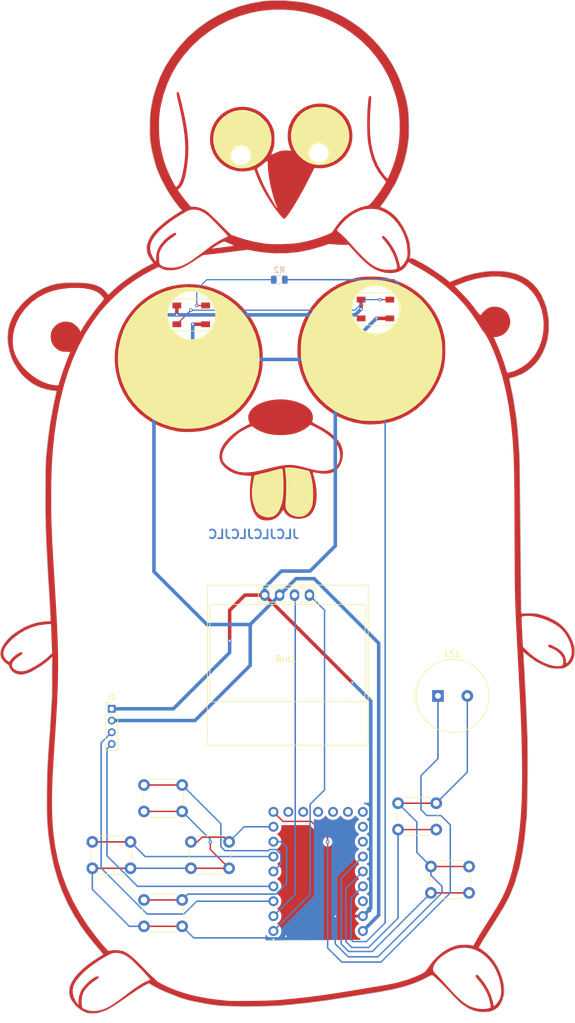
<source format=kicad_pcb>
(kicad_pcb (version 20240108) (generator "pcbnew") (generator_version "8.0")
  (layers (0 "F.Cu" signal) (31 "B.Cu" signal) (34 "B.Paste" user) (35 "F.Paste" user) (36 "B.SilkS" user "B.Silkscreen") (37 "F.SilkS" user "F.Silkscreen") (38 "B.Mask" user) (39 "F.Mask" user) (44 "Edge.Cuts" user))
  (net 0 "")
  (net 1 "GND")
  (net 2 "VCC")
  (net 3 "Net-(D1-DIN)")
  (net 4 "Net-(D1-DOUT)")
  (net 6 "/SDA")
  (net 7 "/SCL")
  (net 8 "/SDA1")
  (net 9 "/SCL1")
  (net 10 "Net-(U1-GP8)")
  (net 11 "/GP29")
  (net 12 "Net-(U1-GP4)")
  (net 13 "Net-(U1-GP5)")
  (net 14 "Net-(U1-GP6)")
  (net 15 "Net-(U1-GP7)")
  (net 16 "Net-(U1-GP28)")
  (net 17 "Net-(U1-GP27)")
  (footprint "LED_SMD:LED_WS2812B_PLCC4_5.0x5.0mm_P3.2mm" (layer "F.Cu") (at 95.45 71.9)
    (property "Reference" "D1" (hide yes))
    (property "Value" "WS2812B")
  )
  (footprint "LED_SMD:LED_WS2812B_PLCC4_5.0x5.0mm_P3.2mm" (layer "F.Cu") (at 126.85 70.9)
    (property "Reference" "D2" (hide yes))
    (property "Value" "WS2812B")
  )
  (footprint "rp2040-zero:my-rp2040-zero" (layer "F.Cu") (at 117.08 166.84 180)
    (property "Reference" "U1" (hide yes))
    (property "Value" "~" (hide yes))
  )
  (footprint "XIAO:128x64OLED" (layer "F.Cu") (at 111.6 130.3)
    (property "Reference" "Brd1")
    (property "Value" "SSD1306")
  )
  (footprint "Button_Switch_THT:SW_PUSH_6mm_H4.3mm" (layer "F.Cu") (at 130.7 155.2)
    (property "Reference" "SW5" (hide yes))
    (property "Value" "SW_Push")
  )
  (footprint "Button_Switch_THT:SW_PUSH_6mm_H4.3mm" (layer "F.Cu") (at 78.6 161.8)
    (property "Reference" "SW2" (hide yes))
    (property "Value" "SW_Push")
  )
  (footprint "Button_Switch_THT:SW_PUSH_6mm_H4.3mm" (layer "F.Cu") (at 87.4 171.7)
    (property "Reference" "SW3" (hide yes))
    (property "Value" "SW_Push")
  )
  (footprint "Connector_PinHeader_2.00mm:PinHeader_1x04_P2.00mm_Vertical" (layer "F.Cu") (at 81.9 139.1)
    (property "Reference" "J1")
    (property "Value" "Conn_01x04_Pin")
  )
  (footprint "MountingHole:MountingHole_3.2mm_M3" (layer "F.Cu") (at 110.5 25.7)
    (property "Reference" "REF**" (hide yes))
    (property "Value" "MountingHole_3.2mm_M3")
  )
  (footprint "Button_Switch_THT:SW_PUSH_6mm_H4.3mm" (layer "F.Cu") (at 87.4 152.1)
    (property "Reference" "SW1" (hide yes))
    (property "Value" "SW_Push")
  )
  (footprint "gopher:gopher_bird" (layer "F.Cu") (at 111.5 108.6)
    (property "Reference" "G***" (hide yes))
    (property "Value" "LOGO" (hide yes))
    (fp_line (start -48.58 21.17) (end -48.52 20.56) (stroke (width 0.12)) (layer "Edge.Cuts"))
    (fp_line (start -48.52 20.56) (end -48.3 19.94) (stroke (width 0.12)) (layer "Edge.Cuts"))
    (fp_line (start -48.49 21.72) (end -48.58 21.17) (stroke (width 0.12)) (layer "Edge.Cuts"))
    (fp_line (start -48.35 21.99) (end -48.49 21.72) (stroke (width 0.12)) (layer "Edge.Cuts"))
    (fp_line (start -48.3 19.94) (end -47.9 19.3) (stroke (width 0.12)) (layer "Edge.Cuts"))
    (fp_line (start -48.09 22.33) (end -48.35 21.99) (stroke (width 0.12)) (layer "Edge.Cuts"))
    (fp_line (start -47.9 19.3) (end -47.39 18.67) (stroke (width 0.12)) (layer "Edge.Cuts"))
    (fp_line (start -47.84 22.61) (end -48.09 22.33) (stroke (width 0.12)) (layer "Edge.Cuts"))
    (fp_line (start -47.56 22.82) (end -47.84 22.61) (stroke (width 0.12)) (layer "Edge.Cuts"))
    (fp_line (start -47.39 18.67) (end -46.74 18.03) (stroke (width 0.12)) (layer "Edge.Cuts"))
    (fp_line (start -47.37 -32.93) (end -47.26 -34.14) (stroke (width 0.12)) (layer "Edge.Cuts"))
    (fp_line (start -47.31 -31.76) (end -47.37 -32.93) (stroke (width 0.12)) (layer "Edge.Cuts"))
    (fp_line (start -47.3 22.96) (end -47.56 22.82) (stroke (width 0.12)) (layer "Edge.Cuts"))
    (fp_line (start -47.26 -34.14) (end -47.06 -35.02) (stroke (width 0.12)) (layer "Edge.Cuts"))
    (fp_line (start -47.2 23.07) (end -47.3 22.96) (stroke (width 0.12)) (layer "Edge.Cuts"))
    (fp_line (start -47.06 -35.02) (end -46.61 -36.16) (stroke (width 0.12)) (layer "Edge.Cuts"))
    (fp_line (start -47.03 -30.45) (end -47.31 -31.76) (stroke (width 0.12)) (layer "Edge.Cuts"))
    (fp_line (start -46.99 23.57) (end -47.2 23.07) (stroke (width 0.12)) (layer "Edge.Cuts"))
    (fp_line (start -46.75 -29.5) (end -47.03 -30.45) (stroke (width 0.12)) (layer "Edge.Cuts"))
    (fp_line (start -46.74 18.03) (end -46.14 17.56) (stroke (width 0.12)) (layer "Edge.Cuts"))
    (fp_line (start -46.7 24.01) (end -46.99 23.57) (stroke (width 0.12)) (layer "Edge.Cuts"))
    (fp_line (start -46.61 -36.16) (end -46.21 -36.9) (stroke (width 0.12)) (layer "Edge.Cuts"))
    (fp_line (start -46.29 24.36) (end -46.7 24.01) (stroke (width 0.12)) (layer "Edge.Cuts"))
    (fp_line (start -46.26 -28.43) (end -46.75 -29.5) (stroke (width 0.12)) (layer "Edge.Cuts"))
    (fp_line (start -46.21 -36.9) (end -46.03 -37.22) (stroke (width 0.12)) (layer "Edge.Cuts"))
    (fp_line (start -46.14 17.56) (end -45.11 16.91) (stroke (width 0.12)) (layer "Edge.Cuts"))
    (fp_line (start -46.03 -37.22) (end -44.96 -38.55) (stroke (width 0.12)) (layer "Edge.Cuts"))
    (fp_line (start -45.72 24.6) (end -46.29 24.36) (stroke (width 0.12)) (layer "Edge.Cuts"))
    (fp_line (start -45.67 -27.45) (end -46.26 -28.43) (stroke (width 0.12)) (layer "Edge.Cuts"))
    (fp_line (start -45.24 24.68) (end -45.72 24.6) (stroke (width 0.12)) (layer "Edge.Cuts"))
    (fp_line (start -45.11 16.91) (end -44.52 16.58) (stroke (width 0.12)) (layer "Edge.Cuts"))
    (fp_line (start -44.96 -38.55) (end -44.39 -39.11) (stroke (width 0.12)) (layer "Edge.Cuts"))
    (fp_line (start -44.92 -26.47) (end -45.67 -27.45) (stroke (width 0.12)) (layer "Edge.Cuts"))
    (fp_line (start -44.65 24.66) (end -45.24 24.68) (stroke (width 0.12)) (layer "Edge.Cuts"))
    (fp_line (start -44.52 16.58) (end -43.82 16.26) (stroke (width 0.12)) (layer "Edge.Cuts"))
    (fp_line (start -44.39 -39.11) (end -43.49 -39.91) (stroke (width 0.12)) (layer "Edge.Cuts"))
    (fp_line (start -44.1 -25.7) (end -44.92 -26.47) (stroke (width 0.12)) (layer "Edge.Cuts"))
    (fp_line (start -43.96 24.47) (end -44.65 24.66) (stroke (width 0.12)) (layer "Edge.Cuts"))
    (fp_line (start -43.82 16.26) (end -43.08 15.97) (stroke (width 0.12)) (layer "Edge.Cuts"))
    (fp_line (start -43.49 -39.91) (end -42.53 -40.58) (stroke (width 0.12)) (layer "Edge.Cuts"))
    (fp_line (start -43.36 24.23) (end -43.96 24.47) (stroke (width 0.12)) (layer "Edge.Cuts"))
    (fp_line (start -43.14 -24.96) (end -44.1 -25.7) (stroke (width 0.12)) (layer "Edge.Cuts"))
    (fp_line (start -43.08 15.97) (end -42.13 15.71) (stroke (width 0.12)) (layer "Edge.Cuts"))
    (fp_line (start -42.91 23.98) (end -43.36 24.23) (stroke (width 0.12)) (layer "Edge.Cuts"))
    (fp_line (start -42.53 -40.58) (end -41.41 -41.2) (stroke (width 0.12)) (layer "Edge.Cuts"))
    (fp_line (start -42.22 -24.47) (end -43.14 -24.96) (stroke (width 0.12)) (layer "Edge.Cuts"))
    (fp_line (start -42.13 15.71) (end -41.13 15.58) (stroke (width 0.12)) (layer "Edge.Cuts"))
    (fp_line (start -41.76 -24.27) (end -42.22 -24.47) (stroke (width 0.12)) (layer "Edge.Cuts"))
    (fp_line (start -41.44 23.09) (end -42.91 23.98) (stroke (width 0.12)) (layer "Edge.Cuts"))
    (fp_line (start -41.41 -41.2) (end -40.65 -41.53) (stroke (width 0.12)) (layer "Edge.Cuts"))
    (fp_line (start -41.13 15.58) (end -40.06 15.53) (stroke (width 0.12)) (layer "Edge.Cuts"))
    (fp_line (start -40.92 -4.43) (end -40.91 -6.35) (stroke (width 0.12)) (layer "Edge.Cuts"))
    (fp_line (start -40.92 -3.26) (end -40.92 -4.43) (stroke (width 0.12)) (layer "Edge.Cuts"))
    (fp_line (start -40.91 -6.35) (end -40.89 -10.57) (stroke (width 0.12)) (layer "Edge.Cuts"))
    (fp_line (start -40.89 -10.57) (end -40.81 -12.49) (stroke (width 0.12)) (layer "Edge.Cuts"))
    (fp_line (start -40.88 -1.62) (end -40.92 -3.26) (stroke (width 0.12)) (layer "Edge.Cuts"))
    (fp_line (start -40.86 -0.14) (end -40.88 -1.62) (stroke (width 0.12)) (layer "Edge.Cuts"))
    (fp_line (start -40.81 -12.49) (end -40.49 -15.48) (stroke (width 0.12)) (layer "Edge.Cuts"))
    (fp_line (start -40.75 -23.97) (end -41.76 -24.27) (stroke (width 0.12)) (layer "Edge.Cuts"))
    (fp_line (start -40.71 3.16) (end -40.86 -0.14) (stroke (width 0.12)) (layer "Edge.Cuts"))
    (fp_line (start -40.68 45.15) (end -40.66 43.86) (stroke (width 0.12)) (layer "Edge.Cuts"))
    (fp_line (start -40.68 46.38) (end -40.68 45.15) (stroke (width 0.12)) (layer "Edge.Cuts"))
    (fp_line (start -40.68 47.61) (end -40.68 46.38) (stroke (width 0.12)) (layer "Edge.Cuts"))
    (fp_line (start -40.66 43.86) (end -40.62 41.76) (stroke (width 0.12)) (layer "Edge.Cuts"))
    (fp_line (start -40.66 48.59) (end -40.68 47.61) (stroke (width 0.12)) (layer "Edge.Cuts"))
    (fp_line (start -40.65 -41.53) (end -39.91 -41.79) (stroke (width 0.12)) (layer "Edge.Cuts"))
    (fp_line (start -40.62 5.04) (end -40.71 3.16) (stroke (width 0.12)) (layer "Edge.Cuts"))
    (fp_line (start -40.62 41.76) (end -40.55 39.99) (stroke (width 0.12)) (layer "Edge.Cuts"))
    (fp_line (start -40.62 49.56) (end -40.66 48.59) (stroke (width 0.12)) (layer "Edge.Cuts"))
    (fp_line (start -40.55 39.99) (end -40.48 38.95) (stroke (width 0.12)) (layer "Edge.Cuts"))
    (fp_line (start -40.5 22.37) (end -41.44 23.09) (stroke (width 0.12)) (layer "Edge.Cuts"))
    (fp_line (start -40.49 -15.48) (end -40.09 -18.41) (stroke (width 0.12)) (layer "Edge.Cuts"))
    (fp_line (start -40.49 51.33) (end -40.62 49.56) (stroke (width 0.12)) (layer "Edge.Cuts"))
    (fp_line (start -40.48 38.95) (end -40.35 36.88) (stroke (width 0.12)) (layer "Edge.Cuts"))
    (fp_line (start -40.43 8.47) (end -40.62 5.04) (stroke (width 0.12)) (layer "Edge.Cuts"))
    (fp_line (start -40.35 36.88) (end -40.16 34.28) (stroke (width 0.12)) (layer "Edge.Cuts"))
    (fp_line (start -40.32 52.76) (end -40.49 51.33) (stroke (width 0.12)) (layer "Edge.Cuts"))
    (fp_line (start -40.26 11.12) (end -40.43 8.47) (stroke (width 0.12)) (layer "Edge.Cuts"))
    (fp_line (start -40.16 34.28) (end -39.95 30.92) (stroke (width 0.12)) (layer "Edge.Cuts"))
    (fp_line (start -40.14 13.4) (end -40.26 11.12) (stroke (width 0.12)) (layer "Edge.Cuts"))
    (fp_line (start -40.09 -18.41) (end -39.47 -21.71) (stroke (width 0.12)) (layer "Edge.Cuts"))
    (fp_line (start -40.06 15.53) (end -40.04 14.86) (stroke (width 0.12)) (layer "Edge.Cuts"))
    (fp_line (start -40.04 14.86) (end -40.14 13.4) (stroke (width 0.12)) (layer "Edge.Cuts"))
    (fp_line (start -39.98 54.94) (end -40.32 52.76) (stroke (width 0.12)) (layer "Edge.Cuts"))
    (fp_line (start -39.95 30.92) (end -39.81 28.43) (stroke (width 0.12)) (layer "Edge.Cuts"))
    (fp_line (start -39.92 -23.79) (end -40.75 -23.97) (stroke (width 0.12)) (layer "Edge.Cuts"))
    (fp_line (start -39.91 -41.79) (end -38.97 -42.03) (stroke (width 0.12)) (layer "Edge.Cuts"))
    (fp_line (start -39.81 28.43) (end -39.79 26.13) (stroke (width 0.12)) (layer "Edge.Cuts"))
    (fp_line (start -39.8 24.45) (end -39.79 22.78) (stroke (width 0.12)) (layer "Edge.Cuts"))
    (fp_line (start -39.79 22.78) (end -39.75 21.69) (stroke (width 0.12)) (layer "Edge.Cuts"))
    (fp_line (start -39.79 26.13) (end -39.8 24.45) (stroke (width 0.12)) (layer "Edge.Cuts"))
    (fp_line (start -39.75 21.69) (end -40.5 22.37) (stroke (width 0.12)) (layer "Edge.Cuts"))
    (fp_line (start -39.47 -21.71) (end -39.24 -22.72) (stroke (width 0.12)) (layer "Edge.Cuts"))
    (fp_line (start -39.46 57.37) (end -39.98 54.94) (stroke (width 0.12)) (layer "Edge.Cuts"))
    (fp_line (start -39.35 -23.73) (end -39.92 -23.79) (stroke (width 0.12)) (layer "Edge.Cuts"))
    (fp_line (start -39.24 -22.72) (end -39.03 -23.67) (stroke (width 0.12)) (layer "Edge.Cuts"))
    (fp_line (start -39.03 -23.67) (end -39.35 -23.73) (stroke (width 0.12)) (layer "Edge.Cuts"))
    (fp_line (start -38.97 -42.03) (end -37.63 -42.2) (stroke (width 0.12)) (layer "Edge.Cuts"))
    (fp_line (start -38.86 59.48) (end -39.46 57.37) (stroke (width 0.12)) (layer "Edge.Cuts"))
    (fp_line (start -38.06 61.67) (end -38.86 59.48) (stroke (width 0.12)) (layer "Edge.Cuts"))
    (fp_line (start -37.63 -42.2) (end -35.99 -42.22) (stroke (width 0.12)) (layer "Edge.Cuts"))
    (fp_line (start -37.09 63.83) (end -38.06 61.67) (stroke (width 0.12)) (layer "Edge.Cuts"))
    (fp_line (start -36.86 78.91) (end -36.81 78.04) (stroke (width 0.12)) (layer "Edge.Cuts"))
    (fp_line (start -36.81 78.04) (end -36.74 77.79) (stroke (width 0.12)) (layer "Edge.Cuts"))
    (fp_line (start -36.77 79.54) (end -36.86 78.91) (stroke (width 0.12)) (layer "Edge.Cuts"))
    (fp_line (start -36.74 77.79) (end -36.43 77.09) (stroke (width 0.12)) (layer "Edge.Cuts"))
    (fp_line (start -36.53 80.14) (end -36.77 79.54) (stroke (width 0.12)) (layer "Edge.Cuts"))
    (fp_line (start -36.43 77.09) (end -35.99 76.39) (stroke (width 0.12)) (layer "Edge.Cuts"))
    (fp_line (start -36.23 80.57) (end -36.53 80.14) (stroke (width 0.12)) (layer "Edge.Cuts"))
    (fp_line (start -36.04 65.75) (end -37.09 63.83) (stroke (width 0.12)) (layer "Edge.Cuts"))
    (fp_line (start -35.99 -42.22) (end -35.17 -42.21) (stroke (width 0.12)) (layer "Edge.Cuts"))
    (fp_line (start -35.99 76.39) (end -35.42 75.69) (stroke (width 0.12)) (layer "Edge.Cuts"))
    (fp_line (start -35.72 81.18) (end -36.23 80.57) (stroke (width 0.12)) (layer "Edge.Cuts"))
    (fp_line (start -35.42 75.69) (end -34.59 74.88) (stroke (width 0.12)) (layer "Edge.Cuts"))
    (fp_line (start -35.36 81.5) (end -35.72 81.18) (stroke (width 0.12)) (layer "Edge.Cuts"))
    (fp_line (start -35.17 -42.21) (end -34.15 -42.17) (stroke (width 0.12)) (layer "Edge.Cuts"))
    (fp_line (start -35.14 81.7) (end -35.36 81.5) (stroke (width 0.12)) (layer "Edge.Cuts"))
    (fp_line (start -34.87 67.61) (end -36.04 65.75) (stroke (width 0.12)) (layer "Edge.Cuts"))
    (fp_line (start -34.59 74.88) (end -33.75 74.17) (stroke (width 0.12)) (layer "Edge.Cuts"))
    (fp_line (start -34.51 82.1) (end -35.14 81.7) (stroke (width 0.12)) (layer "Edge.Cuts"))
    (fp_line (start -34.15 -42.17) (end -33.26 -42.04) (stroke (width 0.12)) (layer "Edge.Cuts"))
    (fp_line (start -33.94 82.36) (end -34.51 82.1) (stroke (width 0.12)) (layer "Edge.Cuts"))
    (fp_line (start -33.75 74.17) (end -33.2 73.77) (stroke (width 0.12)) (layer "Edge.Cuts"))
    (fp_line (start -33.72 69.17) (end -34.87 67.61) (stroke (width 0.12)) (layer "Edge.Cuts"))
    (fp_line (start -33.71 82.43) (end -33.94 82.36) (stroke (width 0.12)) (layer "Edge.Cuts"))
    (fp_line (start -33.27 82.47) (end -33.71 82.43) (stroke (width 0.12)) (layer "Edge.Cuts"))
    (fp_line (start -33.26 -42.04) (end -32.54 -41.88) (stroke (width 0.12)) (layer "Edge.Cuts"))
    (fp_line (start -33.2 73.77) (end -32.67 73.39) (stroke (width 0.12)) (layer "Edge.Cuts"))
    (fp_line (start -32.72 82.47) (end -33.27 82.47) (stroke (width 0.12)) (layer "Edge.Cuts"))
    (fp_line (start -32.67 73.39) (end -31.87 72.88) (stroke (width 0.12)) (layer "Edge.Cuts"))
    (fp_line (start -32.54 -41.88) (end -31.82 -41.6) (stroke (width 0.12)) (layer "Edge.Cuts"))
    (fp_line (start -32.51 70.68) (end -33.72 69.17) (stroke (width 0.12)) (layer "Edge.Cuts"))
    (fp_line (start -32.09 82.44) (end -32.72 82.47) (stroke (width 0.12)) (layer "Edge.Cuts"))
    (fp_line (start -31.87 72.88) (end -31.37 72.57) (stroke (width 0.12)) (layer "Edge.Cuts"))
    (fp_line (start -31.82 -41.6) (end -31.25 -41.29) (stroke (width 0.12)) (layer "Edge.Cuts"))
    (fp_line (start -31.73 71.59) (end -32.51 70.68) (stroke (width 0.12)) (layer "Edge.Cuts"))
    (fp_line (start -31.69 82.35) (end -32.09 82.44) (stroke (width 0.12)) (layer "Edge.Cuts"))
    (fp_line (start -31.37 72.57) (end -31.09 72.38) (stroke (width 0.12)) (layer "Edge.Cuts"))
    (fp_line (start -31.25 -41.29) (end -30.8 -40.88) (stroke (width 0.12)) (layer "Edge.Cuts"))
    (fp_line (start -31.09 72.38) (end -31.73 71.59) (stroke (width 0.12)) (layer "Edge.Cuts"))
    (fp_line (start -30.8 -40.88) (end -30.22 -40.24) (stroke (width 0.12)) (layer "Edge.Cuts"))
    (fp_line (start -30.51 81.94) (end -31.69 82.35) (stroke (width 0.12)) (layer "Edge.Cuts"))
    (fp_line (start -30.22 -40.24) (end -30.16 -40.19) (stroke (width 0.12)) (layer "Edge.Cuts"))
    (fp_line (start -30.16 -40.19) (end -28.9 -41.38) (stroke (width 0.12)) (layer "Edge.Cuts"))
    (fp_line (start -29.22 81.22) (end -30.51 81.94) (stroke (width 0.12)) (layer "Edge.Cuts"))
    (fp_line (start -28.9 -41.38) (end -27.87 -42.21) (stroke (width 0.12)) (layer "Edge.Cuts"))
    (fp_line (start -27.87 -42.21) (end -27.04 -42.83) (stroke (width 0.12)) (layer "Edge.Cuts"))
    (fp_line (start -27.74 80.2) (end -29.22 81.22) (stroke (width 0.12)) (layer "Edge.Cuts"))
    (fp_line (start -27.04 -42.83) (end -25.63 -43.8) (stroke (width 0.12)) (layer "Edge.Cuts"))
    (fp_line (start -26.56 79.37) (end -27.74 80.2) (stroke (width 0.12)) (layer "Edge.Cuts"))
    (fp_line (start -25.63 -43.8) (end -24.61 -44.43) (stroke (width 0.12)) (layer "Edge.Cuts"))
    (fp_line (start -25.17 78.41) (end -26.56 79.37) (stroke (width 0.12)) (layer "Edge.Cuts"))
    (fp_line (start -24.61 -44.43) (end -23.6 -45) (stroke (width 0.12)) (layer "Edge.Cuts"))
    (fp_line (start -24.08 77.76) (end -25.17 78.41) (stroke (width 0.12)) (layer "Edge.Cuts"))
    (fp_line (start -23.67 -48.39) (end -23.56 -48.82) (stroke (width 0.12)) (layer "Edge.Cuts"))
    (fp_line (start -23.61 -47.32) (end -23.67 -48.39) (stroke (width 0.12)) (layer "Edge.Cuts"))
    (fp_line (start -23.6 -45) (end -22.66 -45.48) (stroke (width 0.12)) (layer "Edge.Cuts"))
    (fp_line (start -23.56 -48.82) (end -23.3 -49.51) (stroke (width 0.12)) (layer "Edge.Cuts"))
    (fp_line (start -23.31 -46.64) (end -23.61 -47.32) (stroke (width 0.12)) (layer "Edge.Cuts"))
    (fp_line (start -23.3 -49.51) (end -22.84 -50.34) (stroke (width 0.12)) (layer "Edge.Cuts"))
    (fp_line (start -23.23 77.34) (end -24.08 77.76) (stroke (width 0.12)) (layer "Edge.Cuts"))
    (fp_line (start -23.13 -69.82) (end -23.04 -71.18) (stroke (width 0.12)) (layer "Edge.Cuts"))
    (fp_line (start -23.13 -68.27) (end -23.13 -69.82) (stroke (width 0.12)) (layer "Edge.Cuts"))
    (fp_line (start -23.13 -67.44) (end -23.13 -68.27) (stroke (width 0.12)) (layer "Edge.Cuts"))
    (fp_line (start -23.07 77.48) (end -23.23 77.34) (stroke (width 0.12)) (layer "Edge.Cuts"))
    (fp_line (start -23.04 -71.18) (end -22.88 -72.26) (stroke (width 0.12)) (layer "Edge.Cuts"))
    (fp_line (start -23.04 -66.34) (end -23.13 -67.44) (stroke (width 0.12)) (layer "Edge.Cuts"))
    (fp_line (start -22.97 -46.11) (end -23.31 -46.64) (stroke (width 0.12)) (layer "Edge.Cuts"))
    (fp_line (start -22.88 -72.26) (end -22.58 -73.76) (stroke (width 0.12)) (layer "Edge.Cuts"))
    (fp_line (start -22.88 -65.23) (end -23.04 -66.34) (stroke (width 0.12)) (layer "Edge.Cuts"))
    (fp_line (start -22.84 -50.34) (end -22.21 -51.1) (stroke (width 0.12)) (layer "Edge.Cuts"))
    (fp_line (start -22.66 -45.48) (end -22.56 -45.55) (stroke (width 0.12)) (layer "Edge.Cuts"))
    (fp_line (start -22.58 -73.76) (end -22.01 -75.63) (stroke (width 0.12)) (layer "Edge.Cuts"))
    (fp_line (start -22.56 -45.55) (end -22.97 -46.11) (stroke (width 0.12)) (layer "Edge.Cuts"))
    (fp_line (start -22.53 -63.67) (end -22.88 -65.23) (stroke (width 0.12)) (layer "Edge.Cuts"))
    (fp_line (start -22.41 77.86) (end -23.07 77.48) (stroke (width 0.12)) (layer "Edge.Cuts"))
    (fp_line (start -22.21 -51.1) (end -21.73 -51.56) (stroke (width 0.12)) (layer "Edge.Cuts"))
    (fp_line (start -22.04 -61.89) (end -22.53 -63.67) (stroke (width 0.12)) (layer "Edge.Cuts"))
    (fp_line (start -22.01 -75.63) (end -21.37 -77.3) (stroke (width 0.12)) (layer "Edge.Cuts"))
    (fp_line (start -21.73 -51.56) (end -20.7 -52.43) (stroke (width 0.12)) (layer "Edge.Cuts"))
    (fp_line (start -21.61 -60.82) (end -22.04 -61.89) (stroke (width 0.12)) (layer "Edge.Cuts"))
    (fp_line (start -21.38 78.4) (end -22.41 77.86) (stroke (width 0.12)) (layer "Edge.Cuts"))
    (fp_line (start -21.37 -77.3) (end -20.51 -79.07) (stroke (width 0.12)) (layer "Edge.Cuts"))
    (fp_line (start -21.2 -59.9) (end -21.61 -60.82) (stroke (width 0.12)) (layer "Edge.Cuts"))
    (fp_line (start -20.7 -52.43) (end -20 -52.99) (stroke (width 0.12)) (layer "Edge.Cuts"))
    (fp_line (start -20.59 78.76) (end -21.38 78.4) (stroke (width 0.12)) (layer "Edge.Cuts"))
    (fp_line (start -20.51 -79.07) (end -19.37 -80.84) (stroke (width 0.12)) (layer "Edge.Cuts"))
    (fp_line (start -20.29 -58.17) (end -21.2 -59.9) (stroke (width 0.12)) (layer "Edge.Cuts"))
    (fp_line (start -20 -52.99) (end -19.35 -53.44) (stroke (width 0.12)) (layer "Edge.Cuts"))
    (fp_line (start -19.82 -57.39) (end -20.29 -58.17) (stroke (width 0.12)) (layer "Edge.Cuts"))
    (fp_line (start -19.37 -80.84) (end -18.02 -82.59) (stroke (width 0.12)) (layer "Edge.Cuts"))
    (fp_line (start -19.35 -53.44) (end -18.62 -53.93) (stroke (width 0.12)) (layer "Edge.Cuts"))
    (fp_line (start -19.03 -56.21) (end -19.82 -57.39) (stroke (width 0.12)) (layer "Edge.Cuts"))
    (fp_line (start -18.62 -53.93) (end -17.73 -54.48) (stroke (width 0.12)) (layer "Edge.Cuts"))
    (fp_line (start -18.17 -55.08) (end -19.03 -56.21) (stroke (width 0.12)) (layer "Edge.Cuts"))
    (fp_line (start -18.1 79.75) (end -20.59 78.76) (stroke (width 0.12)) (layer "Edge.Cuts"))
    (fp_line (start -18.02 -82.59) (end -16.61 -84.13) (stroke (width 0.12)) (layer "Edge.Cuts"))
    (fp_line (start -17.73 -54.48) (end -17.66 -54.51) (stroke (width 0.12)) (layer "Edge.Cuts"))
    (fp_line (start -17.66 -54.51) (end -18.17 -55.08) (stroke (width 0.12)) (layer "Edge.Cuts"))
    (fp_line (start -16.68 80.2) (end -18.1 79.75) (stroke (width 0.12)) (layer "Edge.Cuts"))
    (fp_line (start -16.61 -84.13) (end -14.92 -85.6) (stroke (width 0.12)) (layer "Edge.Cuts"))
    (fp_line (start -15.65 80.43) (end -16.68 80.2) (stroke (width 0.12)) (layer "Edge.Cuts"))
    (fp_line (start -14.92 -85.6) (end -13.17 -86.86) (stroke (width 0.12)) (layer "Edge.Cuts"))
    (fp_line (start -13.54 80.85) (end -15.65 80.43) (stroke (width 0.12)) (layer "Edge.Cuts"))
    (fp_line (start -13.17 -86.86) (end -11.62 -87.77) (stroke (width 0.12)) (layer "Edge.Cuts"))
    (fp_line (start -12.15 81.06) (end -13.54 80.85) (stroke (width 0.12)) (layer "Edge.Cuts"))
    (fp_line (start -11.62 -87.77) (end -9.82 -88.62) (stroke (width 0.12)) (layer "Edge.Cuts"))
    (fp_line (start -11.11 81.18) (end -12.15 81.06) (stroke (width 0.12)) (layer "Edge.Cuts"))
    (fp_line (start -9.82 -88.62) (end -7.96 -89.33) (stroke (width 0.12)) (layer "Edge.Cuts"))
    (fp_line (start -8.99 81.27) (end -11.11 81.18) (stroke (width 0.12)) (layer "Edge.Cuts"))
    (fp_line (start -7.96 -89.33) (end -5.91 -89.87) (stroke (width 0.12)) (layer "Edge.Cuts"))
    (fp_line (start -7.09 81.31) (end -8.99 81.27) (stroke (width 0.12)) (layer "Edge.Cuts"))
    (fp_line (start -5.91 -89.87) (end -3.63 -90.27) (stroke (width 0.12)) (layer "Edge.Cuts"))
    (fp_line (start -3.65 81.27) (end -7.09 81.31) (stroke (width 0.12)) (layer "Edge.Cuts"))
    (fp_line (start -3.63 -90.27) (end -2.42 -90.34) (stroke (width 0.12)) (layer "Edge.Cuts"))
    (fp_line (start -2.42 -90.34) (end -0.08 -90.35) (stroke (width 0.12)) (layer "Edge.Cuts"))
    (fp_line (start -1.28 81.17) (end -3.65 81.27) (stroke (width 0.12)) (layer "Edge.Cuts"))
    (fp_line (start -0.08 -90.35) (end 2.93 -90.05) (stroke (width 0.12)) (layer "Edge.Cuts"))
    (fp_line (start 0.28 81.05) (end -1.28 81.17) (stroke (width 0.12)) (layer "Edge.Cuts"))
    (fp_line (start 2.93 -90.05) (end 3.88 -89.87) (stroke (width 0.12)) (layer "Edge.Cuts"))
    (fp_line (start 3.48 80.72) (end 0.28 81.05) (stroke (width 0.12)) (layer "Edge.Cuts"))
    (fp_line (start 3.88 -89.87) (end 5.86 -89.33) (stroke (width 0.12)) (layer "Edge.Cuts"))
    (fp_line (start 5.86 -89.33) (end 7.65 -88.66) (stroke (width 0.12)) (layer "Edge.Cuts"))
    (fp_line (start 6.91 80.28) (end 3.48 80.72) (stroke (width 0.12)) (layer "Edge.Cuts"))
    (fp_line (start 7.65 -88.66) (end 9.19 -87.93) (stroke (width 0.12)) (layer "Edge.Cuts"))
    (fp_line (start 9.19 -87.93) (end 9.64 -87.73) (stroke (width 0.12)) (layer "Edge.Cuts"))
    (fp_line (start 9.63 79.85) (end 6.91 80.28) (stroke (width 0.12)) (layer "Edge.Cuts"))
    (fp_line (start 9.64 -87.73) (end 11.17 -86.81) (stroke (width 0.12)) (layer "Edge.Cuts"))
    (fp_line (start 11.17 -86.81) (end 12.82 -85.65) (stroke (width 0.12)) (layer "Edge.Cuts"))
    (fp_line (start 12.7 79.35) (end 9.63 79.85) (stroke (width 0.12)) (layer "Edge.Cuts"))
    (fp_line (start 12.82 -85.65) (end 14.07 -84.57) (stroke (width 0.12)) (layer "Edge.Cuts"))
    (fp_line (start 14.07 -84.57) (end 14.85 -83.83) (stroke (width 0.12)) (layer "Edge.Cuts"))
    (fp_line (start 14.85 -83.83) (end 16.01 -82.57) (stroke (width 0.12)) (layer "Edge.Cuts"))
    (fp_line (start 15.51 78.91) (end 12.7 79.35) (stroke (width 0.12)) (layer "Edge.Cuts"))
    (fp_line (start 16.01 -82.57) (end 17.25 -80.98) (stroke (width 0.12)) (layer "Edge.Cuts"))
    (fp_line (start 16.23 -55.12) (end 16.46 -55.05) (stroke (width 0.12)) (layer "Edge.Cuts"))
    (fp_line (start 16.37 -55.35) (end 16.23 -55.12) (stroke (width 0.12)) (layer "Edge.Cuts"))
    (fp_line (start 16.46 -55.05) (end 17.09 -54.77) (stroke (width 0.12)) (layer "Edge.Cuts"))
    (fp_line (start 16.68 -55.75) (end 16.37 -55.35) (stroke (width 0.12)) (layer "Edge.Cuts"))
    (fp_line (start 17.09 -54.77) (end 17.92 -54.26) (stroke (width 0.12)) (layer "Edge.Cuts"))
    (fp_line (start 17.25 -80.98) (end 18.28 -79.37) (stroke (width 0.12)) (layer "Edge.Cuts"))
    (fp_line (start 17.42 78.56) (end 15.51 78.91) (stroke (width 0.12)) (layer "Edge.Cuts"))
    (fp_line (start 17.43 -56.84) (end 16.68 -55.75) (stroke (width 0.12)) (layer "Edge.Cuts"))
    (fp_line (start 17.92 -54.26) (end 18.18 -54.05) (stroke (width 0.12)) (layer "Edge.Cuts"))
    (fp_line (start 18.18 -54.05) (end 18.88 -53.41) (stroke (width 0.12)) (layer "Edge.Cuts"))
    (fp_line (start 18.28 -79.37) (end 19.14 -77.68) (stroke (width 0.12)) (layer "Edge.Cuts"))
    (fp_line (start 18.36 78.37) (end 17.42 78.56) (stroke (width 0.12)) (layer "Edge.Cuts"))
    (fp_line (start 18.83 -59.18) (end 17.43 -56.84) (stroke (width 0.12)) (layer "Edge.Cuts"))
    (fp_line (start 18.88 -53.41) (end 19.41 -52.75) (stroke (width 0.12)) (layer "Edge.Cuts"))
    (fp_line (start 19.14 -77.68) (end 19.61 -76.58) (stroke (width 0.12)) (layer "Edge.Cuts"))
    (fp_line (start 19.41 -52.75) (end 20.05 -51.8) (stroke (width 0.12)) (layer "Edge.Cuts"))
    (fp_line (start 19.61 -76.58) (end 20.27 -74.6) (stroke (width 0.12)) (layer "Edge.Cuts"))
    (fp_line (start 19.64 78.06) (end 18.36 78.37) (stroke (width 0.12)) (layer "Edge.Cuts"))
    (fp_line (start 19.79 -61.41) (end 18.83 -59.18) (stroke (width 0.12)) (layer "Edge.Cuts"))
    (fp_line (start 20.05 -51.8) (end 20.56 -50.8) (stroke (width 0.12)) (layer "Edge.Cuts"))
    (fp_line (start 20.15 -62.48) (end 19.79 -61.41) (stroke (width 0.12)) (layer "Edge.Cuts"))
    (fp_line (start 20.27 -74.6) (end 20.58 -73.57) (stroke (width 0.12)) (layer "Edge.Cuts"))
    (fp_line (start 20.36 77.87) (end 19.64 78.06) (stroke (width 0.12)) (layer "Edge.Cuts"))
    (fp_line (start 20.38 -63.26) (end 20.15 -62.48) (stroke (width 0.12)) (layer "Edge.Cuts"))
    (fp_line (start 20.56 -50.8) (end 20.73 -50.37) (stroke (width 0.12)) (layer "Edge.Cuts"))
    (fp_line (start 20.58 -73.57) (end 20.91 -71.9) (stroke (width 0.12)) (layer "Edge.Cuts"))
    (fp_line (start 20.7 -64.59) (end 20.38 -63.26) (stroke (width 0.12)) (layer "Edge.Cuts"))
    (fp_line (start 20.73 -50.37) (end 21.01 -49.65) (stroke (width 0.12)) (layer "Edge.Cuts"))
    (fp_line (start 20.87 -65.62) (end 20.7 -64.59) (stroke (width 0.12)) (layer "Edge.Cuts"))
    (fp_line (start 20.91 -71.9) (end 21.01 -70.92) (stroke (width 0.12)) (layer "Edge.Cuts"))
    (fp_line (start 21.01 -70.92) (end 21.09 -69.06) (stroke (width 0.12)) (layer "Edge.Cuts"))
    (fp_line (start 21.01 -49.65) (end 21.2 -48.96) (stroke (width 0.12)) (layer "Edge.Cuts"))
    (fp_line (start 21.06 -67.05) (end 20.87 -65.62) (stroke (width 0.12)) (layer "Edge.Cuts"))
    (fp_line (start 21.09 -69.06) (end 21.06 -67.05) (stroke (width 0.12)) (layer "Edge.Cuts"))
    (fp_line (start 21.2 -48.96) (end 21.3 -47.88) (stroke (width 0.12)) (layer "Edge.Cuts"))
    (fp_line (start 21.22 -46.37) (end 21.26 -46.35) (stroke (width 0.12)) (layer "Edge.Cuts"))
    (fp_line (start 21.25 -46.54) (end 21.22 -46.37) (stroke (width 0.12)) (layer "Edge.Cuts"))
    (fp_line (start 21.26 -46.35) (end 21.5 -46.38) (stroke (width 0.12)) (layer "Edge.Cuts"))
    (fp_line (start 21.3 -47.88) (end 21.32 -47.2) (stroke (width 0.12)) (layer "Edge.Cuts"))
    (fp_line (start 21.3 -46.85) (end 21.25 -46.54) (stroke (width 0.12)) (layer "Edge.Cuts"))
    (fp_line (start 21.32 -47.2) (end 21.3 -46.85) (stroke (width 0.12)) (layer "Edge.Cuts"))
    (fp_line (start 21.5 -46.38) (end 21.73 -46.34) (stroke (width 0.12)) (layer "Edge.Cuts"))
    (fp_line (start 21.73 -46.34) (end 21.99 -46.24) (stroke (width 0.12)) (layer "Edge.Cuts"))
    (fp_line (start 21.97 77.34) (end 20.36 77.87) (stroke (width 0.12)) (layer "Edge.Cuts"))
    (fp_line (start 21.99 -46.24) (end 22.4 -46.03) (stroke (width 0.12)) (layer "Edge.Cuts"))
    (fp_line (start 22.4 -46.03) (end 23.5 -45.44) (stroke (width 0.12)) (layer "Edge.Cuts"))
    (fp_line (start 23.3 76.77) (end 21.97 77.34) (stroke (width 0.12)) (layer "Edge.Cuts"))
    (fp_line (start 23.5 -45.44) (end 24.57 -44.8) (stroke (width 0.12)) (layer "Edge.Cuts"))
    (fp_line (start 24.57 -44.8) (end 26.02 -43.84) (stroke (width 0.12)) (layer "Edge.Cuts"))
    (fp_line (start 24.88 75.96) (end 23.3 76.77) (stroke (width 0.12)) (layer "Edge.Cuts"))
    (fp_line (start 25 75.97) (end 24.88 75.96) (stroke (width 0.12)) (layer "Edge.Cuts"))
    (fp_line (start 25.16 76.06) (end 25 75.97) (stroke (width 0.12)) (layer "Edge.Cuts"))
    (fp_line (start 25.57 76.4) (end 25.16 76.06) (stroke (width 0.12)) (layer "Edge.Cuts"))
    (fp_line (start 26.02 -43.84) (end 26.83 -43.28) (stroke (width 0.12)) (layer "Edge.Cuts"))
    (fp_line (start 26.19 76.98) (end 25.57 76.4) (stroke (width 0.12)) (layer "Edge.Cuts"))
    (fp_line (start 26.83 -43.28) (end 27.52 -42.75) (stroke (width 0.12)) (layer "Edge.Cuts"))
    (fp_line (start 27.19 77.98) (end 26.19 76.98) (stroke (width 0.12)) (layer "Edge.Cuts"))
    (fp_line (start 27.52 -42.75) (end 28.02 -42.33) (stroke (width 0.12)) (layer "Edge.Cuts"))
    (fp_line (start 28.02 -42.33) (end 28.71 -42.63) (stroke (width 0.12)) (layer "Edge.Cuts"))
    (fp_line (start 28.18 79.02) (end 27.19 77.98) (stroke (width 0.12)) (layer "Edge.Cuts"))
    (fp_line (start 28.71 -42.63) (end 29.64 -42.98) (stroke (width 0.12)) (layer "Edge.Cuts"))
    (fp_line (start 28.75 79.64) (end 28.18 79.02) (stroke (width 0.12)) (layer "Edge.Cuts"))
    (fp_line (start 29.64 -42.98) (end 30.6 -43.36) (stroke (width 0.12)) (layer "Edge.Cuts"))
    (fp_line (start 29.69 80.57) (end 28.75 79.64) (stroke (width 0.12)) (layer "Edge.Cuts"))
    (fp_line (start 30.23 81) (end 29.69 80.57) (stroke (width 0.12)) (layer "Edge.Cuts"))
    (fp_line (start 30.6 -43.36) (end 32.22 -43.8) (stroke (width 0.12)) (layer "Edge.Cuts"))
    (fp_line (start 31.08 81.56) (end 30.23 81) (stroke (width 0.12)) (layer "Edge.Cuts"))
    (fp_line (start 31.76 81.88) (end 31.08 81.56) (stroke (width 0.12)) (layer "Edge.Cuts"))
    (fp_line (start 32.22 -43.8) (end 33.83 -44.09) (stroke (width 0.12)) (layer "Edge.Cuts"))
    (fp_line (start 32.24 82.05) (end 31.76 81.88) (stroke (width 0.12)) (layer "Edge.Cuts"))
    (fp_line (start 32.59 82.14) (end 32.24 82.05) (stroke (width 0.12)) (layer "Edge.Cuts"))
    (fp_line (start 32.98 71.22) (end 33.41 71.5) (stroke (width 0.12)) (layer "Edge.Cuts"))
    (fp_line (start 33.19 70.88) (end 32.98 71.22) (stroke (width 0.12)) (layer "Edge.Cuts"))
    (fp_line (start 33.27 82.24) (end 32.59 82.14) (stroke (width 0.12)) (layer "Edge.Cuts"))
    (fp_line (start 33.41 71.5) (end 34.07 72) (stroke (width 0.12)) (layer "Edge.Cuts"))
    (fp_line (start 33.6 82.26) (end 33.27 82.24) (stroke (width 0.12)) (layer "Edge.Cuts"))
    (fp_line (start 33.68 70.03) (end 33.19 70.88) (stroke (width 0.12)) (layer "Edge.Cuts"))
    (fp_line (start 33.83 -44.09) (end 35.24 -44.21) (stroke (width 0.12)) (layer "Edge.Cuts"))
    (fp_line (start 34.07 72) (end 34.33 72.18) (stroke (width 0.12)) (layer "Edge.Cuts"))
    (fp_line (start 34.33 72.18) (end 34.99 72.83) (stroke (width 0.12)) (layer "Edge.Cuts"))
    (fp_line (start 34.35 82.23) (end 33.6 82.26) (stroke (width 0.12)) (layer "Edge.Cuts"))
    (fp_line (start 34.61 68.55) (end 33.68 70.03) (stroke (width 0.12)) (layer "Edge.Cuts"))
    (fp_line (start 34.99 72.83) (end 35.54 73.5) (stroke (width 0.12)) (layer "Edge.Cuts"))
    (fp_line (start 34.99 82.13) (end 34.35 82.23) (stroke (width 0.12)) (layer "Edge.Cuts"))
    (fp_line (start 35.24 -44.21) (end 36.7 -44.19) (stroke (width 0.12)) (layer "Edge.Cuts"))
    (fp_line (start 35.27 82.03) (end 34.99 82.13) (stroke (width 0.12)) (layer "Edge.Cuts"))
    (fp_line (start 35.54 73.5) (end 35.91 74.05) (stroke (width 0.12)) (layer "Edge.Cuts"))
    (fp_line (start 35.71 81.84) (end 35.27 82.03) (stroke (width 0.12)) (layer "Edge.Cuts"))
    (fp_line (start 35.91 74.05) (end 36.18 74.54) (stroke (width 0.12)) (layer "Edge.Cuts"))
    (fp_line (start 36.12 66.15) (end 34.61 68.55) (stroke (width 0.12)) (layer "Edge.Cuts"))
    (fp_line (start 36.18 74.54) (end 36.6 75.42) (stroke (width 0.12)) (layer "Edge.Cuts"))
    (fp_line (start 36.29 81.39) (end 35.71 81.84) (stroke (width 0.12)) (layer "Edge.Cuts"))
    (fp_line (start 36.6 75.42) (end 36.92 76.31) (stroke (width 0.12)) (layer "Edge.Cuts"))
    (fp_line (start 36.66 80.9) (end 36.29 81.39) (stroke (width 0.12)) (layer "Edge.Cuts"))
    (fp_line (start 36.7 -44.19) (end 38.04 -44.05) (stroke (width 0.12)) (layer "Edge.Cuts"))
    (fp_line (start 36.92 76.31) (end 37.16 77.21) (stroke (width 0.12)) (layer "Edge.Cuts"))
    (fp_line (start 37.03 80.13) (end 36.66 80.9) (stroke (width 0.12)) (layer "Edge.Cuts"))
    (fp_line (start 37.16 77.21) (end 37.28 78.16) (stroke (width 0.12)) (layer "Edge.Cuts"))
    (fp_line (start 37.23 64.35) (end 36.12 66.15) (stroke (width 0.12)) (layer "Edge.Cuts"))
    (fp_line (start 37.25 79.27) (end 37.03 80.13) (stroke (width 0.12)) (layer "Edge.Cuts"))
    (fp_line (start 37.28 78.16) (end 37.29 79.07) (stroke (width 0.12)) (layer "Edge.Cuts"))
    (fp_line (start 37.29 79.07) (end 37.25 79.27) (stroke (width 0.12)) (layer "Edge.Cuts"))
    (fp_line (start 38.04 -44.05) (end 39.27 -43.74) (stroke (width 0.12)) (layer "Edge.Cuts"))
    (fp_line (start 38.2 -25.83) (end 38.26 -25.5) (stroke (width 0.12)) (layer "Edge.Cuts"))
    (fp_line (start 38.2 62.52) (end 37.23 64.35) (stroke (width 0.12)) (layer "Edge.Cuts"))
    (fp_line (start 38.26 -25.5) (end 38.46 -24.45) (stroke (width 0.12)) (layer "Edge.Cuts"))
    (fp_line (start 38.46 -24.45) (end 38.75 -23.11) (stroke (width 0.12)) (layer "Edge.Cuts"))
    (fp_line (start 38.51 -25.94) (end 38.2 -25.83) (stroke (width 0.12)) (layer "Edge.Cuts"))
    (fp_line (start 38.75 -23.11) (end 38.92 -22.11) (stroke (width 0.12)) (layer "Edge.Cuts"))
    (fp_line (start 38.92 -22.11) (end 39.35 -19.36) (stroke (width 0.12)) (layer "Edge.Cuts"))
    (fp_line (start 39.09 -26.09) (end 38.51 -25.94) (stroke (width 0.12)) (layer "Edge.Cuts"))
    (fp_line (start 39.11 60.27) (end 38.2 62.52) (stroke (width 0.12)) (layer "Edge.Cuts"))
    (fp_line (start 39.27 -43.74) (end 40.33 -43.31) (stroke (width 0.12)) (layer "Edge.Cuts"))
    (fp_line (start 39.35 -19.36) (end 39.51 -18.04) (stroke (width 0.12)) (layer "Edge.Cuts"))
    (fp_line (start 39.51 -18.04) (end 39.69 -16.06) (stroke (width 0.12)) (layer "Edge.Cuts"))
    (fp_line (start 39.69 -16.06) (end 39.91 -12.89) (stroke (width 0.12)) (layer "Edge.Cuts"))
    (fp_line (start 39.91 -12.89) (end 39.98 -8.59) (stroke (width 0.12)) (layer "Edge.Cuts"))
    (fp_line (start 39.93 57.47) (end 39.11 60.27) (stroke (width 0.12)) (layer "Edge.Cuts"))
    (fp_line (start 39.98 -8.59) (end 40.03 -3.94) (stroke (width 0.12)) (layer "Edge.Cuts"))
    (fp_line (start 40.03 -3.94) (end 40.08 1.49) (stroke (width 0.12)) (layer "Edge.Cuts"))
    (fp_line (start 40.08 1.49) (end 40.16 6.92) (stroke (width 0.12)) (layer "Edge.Cuts"))
    (fp_line (start 40.16 6.92) (end 40.22 12.28) (stroke (width 0.12)) (layer "Edge.Cuts"))
    (fp_line (start 40.2 13.72) (end 40.26 14.21) (stroke (width 0.12)) (layer "Edge.Cuts"))
    (fp_line (start 40.22 12.28) (end 40.2 13.72) (stroke (width 0.12)) (layer "Edge.Cuts"))
    (fp_line (start 40.26 14.21) (end 41.74 14.18) (stroke (width 0.12)) (layer "Edge.Cuts"))
    (fp_line (start 40.31 -26.58) (end 39.09 -26.09) (stroke (width 0.12)) (layer "Edge.Cuts"))
    (fp_line (start 40.33 -43.31) (end 41.35 -42.74) (stroke (width 0.12)) (layer "Edge.Cuts"))
    (fp_line (start 40.43 55.06) (end 39.93 57.47) (stroke (width 0.12)) (layer "Edge.Cuts"))
    (fp_line (start 40.58 20.86) (end 40.64 22.12) (stroke (width 0.12)) (layer "Edge.Cuts"))
    (fp_line (start 40.64 22.12) (end 40.73 23.37) (stroke (width 0.12)) (layer "Edge.Cuts"))
    (fp_line (start 40.73 23.37) (end 40.89 26.61) (stroke (width 0.12)) (layer "Edge.Cuts"))
    (fp_line (start 40.79 21.05) (end 40.58 20.86) (stroke (width 0.12)) (layer "Edge.Cuts"))
    (fp_line (start 40.8 52.53) (end 40.43 55.06) (stroke (width 0.12)) (layer "Edge.Cuts"))
    (fp_line (start 40.89 26.61) (end 41.04 29.51) (stroke (width 0.12)) (layer "Edge.Cuts"))
    (fp_line (start 41.04 29.51) (end 41.19 33.13) (stroke (width 0.12)) (layer "Edge.Cuts"))
    (fp_line (start 41.15 -27.07) (end 40.31 -26.58) (stroke (width 0.12)) (layer "Edge.Cuts"))
    (fp_line (start 41.18 48.69) (end 40.8 52.53) (stroke (width 0.12)) (layer "Edge.Cuts"))
    (fp_line (start 41.19 33.13) (end 41.29 35.72) (stroke (width 0.12)) (layer "Edge.Cuts"))
    (fp_line (start 41.24 46.52) (end 41.18 48.69) (stroke (width 0.12)) (layer "Edge.Cuts"))
    (fp_line (start 41.29 35.72) (end 41.3 41.25) (stroke (width 0.12)) (layer "Edge.Cuts"))
    (fp_line (start 41.3 41.25) (end 41.24 46.52) (stroke (width 0.12)) (layer "Edge.Cuts"))
    (fp_line (start 41.35 -42.74) (end 42.22 -42) (stroke (width 0.12)) (layer "Edge.Cuts"))
    (fp_line (start 41.63 21.71) (end 40.79 21.05) (stroke (width 0.12)) (layer "Edge.Cuts"))
    (fp_line (start 41.74 14.18) (end 42.85 14.23) (stroke (width 0.12)) (layer "Edge.Cuts"))
    (fp_line (start 41.96 -27.7) (end 41.15 -27.07) (stroke (width 0.12)) (layer "Edge.Cuts"))
    (fp_line (start 42.22 -42) (end 42.97 -41.17) (stroke (width 0.12)) (layer "Edge.Cuts"))
    (fp_line (start 42.61 22.41) (end 41.63 21.71) (stroke (width 0.12)) (layer "Edge.Cuts"))
    (fp_line (start 42.67 -28.39) (end 41.96 -27.7) (stroke (width 0.12)) (layer "Edge.Cuts"))
    (fp_line (start 42.85 14.23) (end 43.67 14.45) (stroke (width 0.12)) (layer "Edge.Cuts"))
    (fp_line (start 42.97 -41.17) (end 43.61 -40.19) (stroke (width 0.12)) (layer "Edge.Cuts"))
    (fp_line (start 43.28 -29.16) (end 42.67 -28.39) (stroke (width 0.12)) (layer "Edge.Cuts"))
    (fp_line (start 43.61 -40.19) (end 44.14 -39.03) (stroke (width 0.12)) (layer "Edge.Cuts"))
    (fp_line (start 43.67 14.45) (end 44.69 14.8) (stroke (width 0.12)) (layer "Edge.Cuts"))
    (fp_line (start 43.68 22.98) (end 42.61 22.41) (stroke (width 0.12)) (layer "Edge.Cuts"))
    (fp_line (start 43.89 -30.23) (end 43.28 -29.16) (stroke (width 0.12)) (layer "Edge.Cuts"))
    (fp_line (start 44.14 -39.03) (end 44.54 -37.86) (stroke (width 0.12)) (layer "Edge.Cuts"))
    (fp_line (start 44.34 -31.3) (end 43.89 -30.23) (stroke (width 0.12)) (layer "Edge.Cuts"))
    (fp_line (start 44.54 -37.86) (end 44.83 -36.44) (stroke (width 0.12)) (layer "Edge.Cuts"))
    (fp_line (start 44.69 14.8) (end 45.84 15.35) (stroke (width 0.12)) (layer "Edge.Cuts"))
    (fp_line (start 44.71 -32.55) (end 44.34 -31.3) (stroke (width 0.12)) (layer "Edge.Cuts"))
    (fp_line (start 44.81 23.46) (end 43.68 22.98) (stroke (width 0.12)) (layer "Edge.Cuts"))
    (fp_line (start 44.83 -36.44) (end 44.93 -35.18) (stroke (width 0.12)) (layer "Edge.Cuts"))
    (fp_line (start 44.89 -33.9) (end 44.71 -32.55) (stroke (width 0.12)) (layer "Edge.Cuts"))
    (fp_line (start 44.93 -35.18) (end 44.89 -33.9) (stroke (width 0.12)) (layer "Edge.Cuts"))
    (fp_line (start 45.18 23.56) (end 44.81 23.46) (stroke (width 0.12)) (layer "Edge.Cuts"))
    (fp_line (start 45.58 23.63) (end 45.18 23.56) (stroke (width 0.12)) (layer "Edge.Cuts"))
    (fp_line (start 45.84 15.35) (end 46.75 15.95) (stroke (width 0.12)) (layer "Edge.Cuts"))
    (fp_line (start 46 23.66) (end 45.58 23.63) (stroke (width 0.12)) (layer "Edge.Cuts"))
    (fp_line (start 46.75 15.95) (end 47.53 16.68) (stroke (width 0.12)) (layer "Edge.Cuts"))
    (fp_line (start 46.75 23.66) (end 46 23.66) (stroke (width 0.12)) (layer "Edge.Cuts"))
    (fp_line (start 47.21 23.63) (end 46.75 23.66) (stroke (width 0.12)) (layer "Edge.Cuts"))
    (fp_line (start 47.46 23.59) (end 47.21 23.63) (stroke (width 0.12)) (layer "Edge.Cuts"))
    (fp_line (start 47.53 16.68) (end 47.97 17.21) (stroke (width 0.12)) (layer "Edge.Cuts"))
    (fp_line (start 47.87 23.4) (end 47.46 23.59) (stroke (width 0.12)) (layer "Edge.Cuts"))
    (fp_line (start 47.97 17.21) (end 48.23 17.57) (stroke (width 0.12)) (layer "Edge.Cuts"))
    (fp_line (start 48.23 17.57) (end 48.65 18.3) (stroke (width 0.12)) (layer "Edge.Cuts"))
    (fp_line (start 48.47 22.95) (end 47.87 23.4) (stroke (width 0.12)) (layer "Edge.Cuts"))
    (fp_line (start 48.65 18.3) (end 48.9 18.85) (stroke (width 0.12)) (layer "Edge.Cuts"))
    (fp_line (start 48.9 18.85) (end 49.18 19.61) (stroke (width 0.12)) (layer "Edge.Cuts"))
    (fp_line (start 48.91 22.41) (end 48.47 22.95) (stroke (width 0.12)) (layer "Edge.Cuts"))
    (fp_line (start 49.18 19.61) (end 49.28 20.11) (stroke (width 0.12)) (layer "Edge.Cuts"))
    (fp_line (start 49.18 21.75) (end 48.91 22.41) (stroke (width 0.12)) (layer "Edge.Cuts"))
    (fp_line (start 49.28 20.11) (end 49.3 20.62) (stroke (width 0.12)) (layer "Edge.Cuts"))
    (fp_line (start 49.29 21.03) (end 49.18 21.75) (stroke (width 0.12)) (layer "Edge.Cuts"))
    (fp_line (start 49.3 20.62) (end 49.29 21.03) (stroke (width 0.12)) (layer "Edge.Cuts"))
  )
  (footprint "Button_Switch_THT:SW_PUSH_6mm_H4.3mm" (layer "F.Cu") (at 95.4 161.8)
    (property "Reference" "SW4" (hide yes))
    (property "Value" "SW_Push")
  )
  (footprint "Button_Switch_THT:SW_PUSH_6mm_H4.3mm" (layer "F.Cu") (at 136.3 166)
    (property "Reference" "SW6" (hide yes))
    (property "Value" "SW_Push")
  )
  (footprint "Buzzer_Beeper:Buzzer_TDK_PS1240P02BT_D12.2mm_H6.5mm" (layer "F.Cu") (at 137.5 136.9)
    (property "Reference" "LS1")
    (property "Value" "Speaker")
  )
  (footprint "Resistor_SMD:R_0805_2012Metric" (layer "B.Cu") (at 110.4625 65.9 180)
    (property "Reference" "R2")
    (property "Value" "330")
  )
  (gr_text "JLCJLCJLCJLC" (at 114 110.2 0) (layer "B.Cu") (effects (font (size 1.5 1.5) (thickness 0.3) (bold yes)) (justify left bottom mirror)))
  (segment (start 98.7 163.1) (end 101.9 166.3) (width 0.25) (layer "F.Cu") (net 1))
  (segment (start 87.4 156.6) (end 93.9 156.6) (width 0.25) (layer "F.Cu") (net 1))
  (segment (start 102 127.5) (end 102 122.3) (width 0.6) (layer "F.Cu") (net 1))
  (segment (start 130.7 155.2) (end 137.2 155.2) (width 0.25) (layer "F.Cu") (net 1))
  (segment (start 98.7 161.8) (end 98.7 163.1) (width 0.25) (layer "F.Cu") (net 1))
  (segment (start 127 72.5) (end 129.3 72.5) (width 0.6) (layer "F.Cu") (net 1))
  (segment (start 120.04 174.46) (end 124.7 174.46) (width 0.25) (layer "F.Cu") (net 1))
  (segment (start 107.98 119.7) (end 122.88 134.6) (width 0.6) (layer "F.Cu") (net 1))
  (segment (start 120 174.5) (end 115 174.5) (width 0.25) (layer "F.Cu") (net 1))
  (segment (start 115 174.5) (end 111.6 177.9) (width 0.25) (layer "F.Cu") (net 1))
  (segment (start 120 174.5) (end 120.04 174.46) (width 0.25) (layer "F.Cu") (net 1))
  (segment (start 104.6 119.7) (end 107.98 119.7) (width 0.6) (layer "F.Cu") (net 1))
  (segment (start 122.88 134.6) (end 122.9 134.6) (width 0.6) (layer "F.Cu") (net 1))
  (segment (start 95.7 73.5) (end 97.9 73.5) (width 0.6) (layer "F.Cu") (net 1))
  (segment (start 102 122.3) (end 104.6 119.7) (width 0.6) (layer "F.Cu") (net 1))
  (segment (start 87.4 176.2) (end 93.9 176.2) (width 0.25) (layer "F.Cu") (net 1))
  (segment (start 95.4 166.3) (end 101.9 166.3) (width 0.25) (layer "F.Cu") (net 1))
  (segment (start 136.3 166) (end 142.8 166) (width 0.25) (layer "F.Cu") (net 1))
  (segment (start 78.6 166.3) (end 85.1 166.3) (width 0.25) (layer "F.Cu") (net 1))
  (via (at 102 127.5) (size 0.6) (drill 0.3) (layers "F.Cu" "B.Cu") (net 1))
  (via (at 95.7 73.5) (size 0.6) (drill 0.3) (layers "F.Cu" "B.Cu") (net 1))
  (via (at 127 72.5) (size 0.6) (drill 0.3) (layers "F.Cu" "B.Cu") (net 1))
  (via (at 122.9 134.6) (size 0.6) (drill 0.3) (layers "F.Cu" "B.Cu") (net 1))
  (via (at 120 174.5) (size 0.6) (drill 0.3) (layers "F.Cu" "B.Cu") (net 1))
  (via (at 111.6 177.9) (size 0.6) (drill 0.3) (layers "F.Cu" "B.Cu") (net 1))
  (via (at 98.7 161.8) (size 0.6) (drill 0.3) (layers "F.Cu" "B.Cu") (net 1))
  (segment (start 133.9 163.6) (end 136.3 166) (width 0.25) (layer "B.Cu") (net 1))
  (segment (start 137.2 155.2) (end 142.5 149.9) (width 0.25) (layer "B.Cu") (net 1))
  (segment (start 127.273833 181.4) (end 122.2 181.4) (width 0.25) (layer "B.Cu") (net 1))
  (segment (start 78.6 166.3) (end 78.6 169.9) (width 0.25) (layer "B.Cu") (net 1))
  (segment (start 122.2 181.4) (end 120 179.2) (width 0.25) (layer "B.Cu") (net 1))
  (segment (start 120 179.2) (end 120 174.5) (width 0.25) (layer "B.Cu") (net 1))
  (segment (start 120 85.2) (end 120 79.5) (width 0.6) (layer "B.Cu") (net 1))
  (segment (start 120 79.5) (end 97.1 79.5) (width 0.6) (layer "B.Cu") (net 1))
  (segment (start 115.7 115.6) (end 110.8 115.6) (width 0.6) (layer "B.Cu") (net 1))
  (segment (start 120 79.5) (end 127 72.5) (width 0.6) (layer "B.Cu") (net 1))
  (segment (start 133.9 158.4) (end 133.9 163.6) (width 0.25) (layer "B.Cu") (net 1))
  (segment (start 85.1 166.3) (end 93.5 166.3) (width 0.25) (layer "B.Cu") (net 1))
  (segment (start 138.2 169.4) (end 138.2 170.473833) (width 0.25) (layer "B.Cu") (net 1))
  (segment (start 95.7 78.1) (end 95.7 73.5) (width 0.6) (layer "B.Cu") (net 1))
  (segment (start 110.8 115.6) (end 107.98 118.42) (width 0.6) (layer "B.Cu") (net 1))
  (segment (start 120 111.3) (end 120 85.2) (width 0.6) (layer "B.Cu") (net 1))
  (segment (start 136.3 166) (end 136.3 167.5) (width 0.25) (layer "B.Cu") (net 1))
  (segment (start 95.875 178.175) (end 93.9 176.2) (width 0.25) (layer "B.Cu") (net 1))
  (segment (start 138.2 170.473833) (end 127.273833 181.4) (width 0.25) (layer "B.Cu") (net 1))
  (segment (start 84.9 176.2) (end 87.4 176.2) (width 0.25) (layer "B.Cu") (net 1))
  (segment (start 93.5 166.3) (end 95.4 166.3) (width 0.25) (layer "B.Cu") (net 1))
  (segment (start 107.98 118.42) (end 107.98 119.7) (width 0.6) (layer "B.Cu") (net 1))
  (segment (start 93.9 156.6) (end 98.7 161.4) (width 0.25) (layer "B.Cu") (net 1))
  (segment (start 126.05 137.75) (end 126.05 173.11) (width 0.6) (layer "B.Cu") (net 1))
  (segment (start 102 127.5) (end 102 129.5) (width 0.6) (layer "B.Cu") (net 1))
  (segment (start 97.1 79.5) (end 95.7 78.1) (width 0.6) (layer "B.Cu") (net 1))
  (segment (start 102 129.5) (end 92.4 139.1) (width 0.6) (layer "B.Cu") (net 1))
  (segment (start 111.6 177.9) (end 111.325 178.175) (width 0.25) (layer "B.Cu") (net 1))
  (segment (start 78.6 169.9) (end 84.9 176.2) (width 0.25) (layer "B.Cu") (net 1))
  (segment (start 136.3 167.5) (end 138.2 169.4) (width 0.25) (layer "B.Cu") (net 1))
  (segment (start 130.7 155.2) (end 133.9 158.4) (width 0.25) (layer "B.Cu") (net 1))
  (segment (start 111.325 178.175) (end 95.875 178.175) (width 0.25) (layer "B.Cu") (net 1))
  (segment (start 126.05 173.11) (end 124.7 174.46) (width 0.6) (layer "B.Cu") (net 1))
  (segment (start 142.5 149.9) (end 142.5 136.9) (width 0.25) (layer "B.Cu") (net 1))
  (segment (start 120 111.3) (end 115.7 115.6) (width 0.6) (layer "B.Cu") (net 1))
  (segment (start 122.9 134.6) (end 126.05 137.75) (width 0.6) (layer "B.Cu") (net 1))
  (segment (start 98.7 161.4) (end 98.7 161.8) (width 0.25) (layer "B.Cu") (net 1))
  (segment (start 92.4 139.1) (end 81.9 139.1) (width 0.6) (layer "B.Cu") (net 1))
  (segment (start 93 71.9) (end 93 70.3) (width 0.6) (layer "F.Cu") (net 2))
  (segment (start 124.4 70.9) (end 124.4 69.3) (width 0.6) (layer "F.Cu") (net 2))
  (via (at 93 71.9) (size 0.6) (drill 0.3) (layers "F.Cu" "B.Cu") (net 2))
  (via (at 124.4 70.9) (size 0.6) (drill 0.3) (layers "F.Cu" "B.Cu") (net 2))
  (segment (start 89.1 81.3) (end 89.1 73.3) (width 0.6) (layer "B.Cu") (net 2))
  (segment (start 93 71.9) (end 123.4 71.9) (width 0.6) (layer "B.Cu") (net 2))
  (segment (start 90.5 71.9) (end 93 71.9) (width 0.6) (layer "B.Cu") (net 2))
  (segment (start 105.5 124.72) (end 98.12 124.72) (width 0.6) (layer "B.Cu") (net 2))
  (segment (start 89.1 115.7) (end 89.1 81.3) (width 0.6) (layer "B.Cu") (net 2))
  (segment (start 110.52 119.92) (end 110.52 119.7) (width 0.6) (layer "B.Cu") (net 2))
  (segment (start 127.4 174.3) (end 124.7 177) (width 0.6) (layer "B.Cu") (net 2))
  (segment (start 123.4 71.9) (end 124.4 70.9) (width 0.6) (layer "B.Cu") (net 2))
  (segment (start 105.5 124.72) (end 110.52 119.7) (width 0.6) (layer "B.Cu") (net 2))
  (segment (start 105.5 131.7) (end 96.1 141.1) (width 0.6) (layer "B.Cu") (net 2))
  (segment (start 110.52 119.7) (end 113.32 116.9) (width 0.6) (layer "B.Cu") (net 2))
  (segment (start 89.1 73.3) (end 90.3 72.1) (width 0.6) (layer "B.Cu") (net 2))
  (segment (start 96.1 141.1) (end 81.9 141.1) (width 0.6) (layer "B.Cu") (net 2))
  (segment (start 116.4 116.9) (end 127.4 127.9) (width 0.6) (layer "B.Cu") (net 2))
  (segment (start 98.12 124.72) (end 89.1 115.7) (width 0.6) (layer "B.Cu") (net 2))
  (segment (start 105.5 124.72) (end 105.5 131.7) (width 0.6) (layer "B.Cu") (net 2))
  (segment (start 127.4 127.9) (end 127.4 174.3) (width 0.6) (layer "B.Cu") (net 2))
  (segment (start 90.3 72.1) (end 90.5 71.9) (width 0.6) (layer "B.Cu") (net 2))
  (segment (start 113.32 116.9) (end 116.4 116.9) (width 0.6) (layer "B.Cu") (net 2))
  (segment (start 96.4 70.3) (end 97.9 70.3) (width 0.2) (layer "F.Cu") (net 3))
  (via (at 96.4 70.3) (size 0.6) (drill 0.3) (layers "F.Cu" "B.Cu") (net 3))
  (segment (start 96.4 67.6) (end 96.4 70.3) (width 0.2) (layer "B.Cu") (net 3))
  (segment (start 97.8 66.2) (end 96.4 67.6) (width 0.2) (layer "B.Cu") (net 3))
  (segment (start 109.525 65.9) (end 98.1 65.9) (width 0.2) (layer "B.Cu") (net 3))
  (segment (start 98.1 65.9) (end 97.8 66.2) (width 0.2) (layer "B.Cu") (net 3))
  (segment (start 93 73.5) (end 95.4 71.1) (width 0.2) (layer "F.Cu") (net 4))
  (segment (start 129.3 69.3) (end 127.6 69.3) (width 0.2) (layer "F.Cu") (net 4))
  (via (at 127.6 69.3) (size 0.6) (drill 0.3) (layers "F.Cu" "B.Cu") (net 4))
  (via (at 95.4 71.1) (size 0.6) (drill 0.3) (layers "F.Cu" "B.Cu") (net 4))
  (segment (start 125.151472 69.3) (end 123.351472 71.1) (width 0.2) (layer "B.Cu") (net 4))
  (segment (start 127.6 69.3) (end 125.151472 69.3) (width 0.2) (layer "B.Cu") (net 4))
  (segment (start 95.4 71.1) (end 123.351472 71.1) (width 0.2) (layer "B.Cu") (net 4))
  (segment (start 115.715 170.745) (end 109.46 177) (width 0.25) (layer "B.Cu") (net 6))
  (segment (start 115.715 155.385001) (end 115.715 170.745) (width 0.25) (layer "B.Cu") (net 6))
  (segment (start 118.168346 122.268346) (end 118.168346 152.931655) (width 0.25) (layer "B.Cu") (net 6))
  (segment (start 118.168346 152.931655) (end 115.715 155.385001) (width 0.25) (layer "B.Cu") (net 6))
  (segment (start 115.6 119.7) (end 118.168346 122.268346) (width 0.25) (layer "B.Cu") (net 6))
  (segment (start 113.175 170.745) (end 109.46 174.46) (width 0.25) (layer "B.Cu") (net 7))
  (segment (start 113.06 119.7) (end 113.175 119.815) (width 0.25) (layer "B.Cu") (net 7))
  (segment (start 113.175 119.815) (end 113.175 170.745) (width 0.25) (layer "B.Cu") (net 7))
  (segment (start 80.1 166.273833) (end 87.926167 174.1) (width 0.25) (layer "B.Cu") (net 8))
  (segment (start 94.2 174.1) (end 96.38 171.92) (width 0.25) (layer "B.Cu") (net 8))
  (segment (start 80.1 144.9) (end 80.1 166.273833) (width 0.25) (layer "B.Cu") (net 8))
  (segment (start 81.9 143.1) (end 80.1 144.9) (width 0.25) (layer "B.Cu") (net 8))
  (segment (start 87.926167 174.1) (end 94.2 174.1) (width 0.25) (layer "B.Cu") (net 8))
  (segment (start 96.38 171.92) (end 109.46 171.92) (width 0.25) (layer "B.Cu") (net 8))
  (segment (start 81.1 164.173833) (end 81.1 145.9) (width 0.25) (layer "B.Cu") (net 9))
  (segment (start 86.306167 169.38) (end 109.46 169.38) (width 0.25) (layer "B.Cu") (net 9))
  (segment (start 81.1 145.9) (end 81.9 145.1) (width 0.25) (layer "B.Cu") (net 9))
  (segment (start 81.1 164.173833) (end 86.306167 169.38) (width 0.25) (layer "B.Cu") (net 9))
  (segment (start 111.08 158.3) (end 109.46 156.68) (width 0.25) (layer "F.Cu") (net 10))
  (segment (start 115.9 158.3) (end 111.08 158.3) (width 0.25) (layer "F.Cu") (net 10))
  (segment (start 118.7 161.8) (end 118.7 161.1) (width 0.25) (layer "F.Cu") (net 10))
  (segment (start 118.7 161.1) (end 115.9 158.3) (width 0.25) (layer "F.Cu") (net 10))
  (via (at 118.7 161.8) (size 0.6) (drill 0.3) (layers "F.Cu" "B.Cu") (net 10))
  (segment (start 138 157.3) (end 139.6 158.9) (width 0.25) (layer "B.Cu") (net 10))
  (segment (start 139.6 170.5) (end 127.8 182.3) (width 0.25) (layer "B.Cu") (net 10))
  (segment (start 137.5 147.6) (end 134.6 150.5) (width 0.25) (layer "B.Cu") (net 10))
  (segment (start 135.6 157.3) (end 138 157.3) (width 0.25) (layer "B.Cu") (net 10))
  (segment (start 134.6 150.5) (end 134.6 156.3) (width 0.25) (layer "B.Cu") (net 10))
  (segment (start 118.7 179.9) (end 118.7 161.8) (width 0.25) (layer "B.Cu") (net 10))
  (segment (start 137.5 136.9) (end 137.5 147.6) (width 0.25) (layer "B.Cu") (net 10))
  (segment (start 121.1 182.3) (end 118.7 179.9) (width 0.25) (layer "B.Cu") (net 10))
  (segment (start 134.6 156.3) (end 135.6 157.3) (width 0.25) (layer "B.Cu") (net 10))
  (segment (start 139.6 158.9) (end 139.6 170.5) (width 0.25) (layer "B.Cu") (net 10))
  (segment (start 127.8 182.3) (end 121.1 182.3) (width 0.25) (layer "B.Cu") (net 10))
  (segment (start 122.7 178.5) (end 122.7 171.38) (width 0.25) (layer "B.Cu") (net 11))
  (segment (start 123 178.8) (end 122.7 178.5) (width 0.25) (layer "B.Cu") (net 11))
  (segment (start 125.3 178.8) (end 123 178.8) (width 0.25) (layer "B.Cu") (net 11))
  (segment (start 128.5 77) (end 128.5 175.6) (width 0.25) (layer "B.Cu") (net 11))
  (segment (start 132 73.5) (end 128.5 77) (width 0.25) (layer "B.Cu") (net 11))
  (segment (start 128.5 175.6) (end 125.3 178.8) (width 0.25) (layer "B.Cu") (net 11))
  (segment (start 132 67.9) (end 132 73.5) (width 0.25) (layer "B.Cu") (net 11))
  (segment (start 122.7 171.38) (end 124.7 169.38) (width 0.25) (layer "B.Cu") (net 11))
  (segment (start 130 65.9) (end 132 67.9) (width 0.25) (layer "B.Cu") (net 11))
  (segment (start 111.4 65.9) (end 130 65.9) (width 0.25) (layer "B.Cu") (net 11))
  (segment (start 87.4 152.1) (end 93.9 152.1) (width 0.25) (layer "F.Cu") (net 12))
  (segment (start 109.921701 163.1) (end 110.7 163.878299) (width 0.25) (layer "B.Cu") (net 12))
  (segment (start 100.5 162.6) (end 101.2 163.3) (width 0.25) (layer "B.Cu") (net 12))
  (segment (start 101.2 163.3) (end 108.608299 163.3) (width 0.25) (layer "B.Cu") (net 12))
  (segment (start 108.808299 163.1) (end 109.921701 163.1) (width 0.25) (layer "B.Cu") (net 12))
  (segment (start 93.9 152.1) (end 100.5 158.7) (width 0.25) (layer "B.Cu") (net 12))
  (segment (start 110.7 165.6) (end 109.46 166.84) (width 0.25) (layer "B.Cu") (net 12))
  (segment (start 108.608299 163.3) (end 108.808299 163.1) (width 0.25) (layer "B.Cu") (net 12))
  (segment (start 100.5 158.7) (end 100.5 162.6) (width 0.25) (layer "B.Cu") (net 12))
  (segment (start 110.7 163.878299) (end 110.7 165.6) (width 0.25) (layer "B.Cu") (net 12))
  (segment (start 78.6 161.8) (end 85.1 161.8) (width 0.25) (layer "F.Cu") (net 13))
  (segment (start 87.6 164.3) (end 85.1 161.8) (width 0.25) (layer "B.Cu") (net 13))
  (segment (start 109.46 164.3) (end 87.6 164.3) (width 0.25) (layer "B.Cu") (net 13))
  (segment (start 87.4 171.7) (end 93.9 171.7) (width 0.25) (layer "F.Cu") (net 14))
  (segment (start 109.9 170.7) (end 111.7 168.9) (width 0.25) (layer "B.Cu") (net 14))
  (segment (start 94.9 170.7) (end 109.9 170.7) (width 0.25) (layer "B.Cu") (net 14))
  (segment (start 111.7 162.7) (end 110.76 161.76) (width 0.25) (layer "B.Cu") (net 14))
  (segment (start 93.9 171.7) (end 94.9 170.7) (width 0.25) (layer "B.Cu") (net 14))
  (segment (start 110.76 161.76) (end 109.46 161.76) (width 0.25) (layer "B.Cu") (net 14))
  (segment (start 111.7 168.9) (end 111.7 162.7) (width 0.25) (layer "B.Cu") (net 14))
  (segment (start 95.4 161.8) (end 96.5 161.8) (width 0.25) (layer "F.Cu") (net 15))
  (segment (start 101.1 161) (end 101.9 161.8) (width 0.25) (layer "F.Cu") (net 15))
  (segment (start 97.3 161) (end 101.1 161) (width 0.25) (layer "F.Cu") (net 15))
  (segment (start 96.5 161.8) (end 97.3 161) (width 0.25) (layer "F.Cu") (net 15))
  (segment (start 109.46 159.22) (end 104.48 159.22) (width 0.25) (layer "B.Cu") (net 15))
  (segment (start 104.48 159.22) (end 101.9 161.8) (width 0.25) (layer "B.Cu") (net 15))
  (segment (start 130.7 159.7) (end 137.2 159.7) (width 0.25) (layer "F.Cu") (net 16))
  (segment (start 121.8 178.8) (end 121.8 169.74) (width 0.25) (layer "B.Cu") (net 16))
  (segment (start 130.7 159.7) (end 130.7 174.8) (width 0.25) (layer "B.Cu") (net 16))
  (segment (start 121.8 169.74) (end 124.7 166.84) (width 0.25) (layer "B.Cu") (net 16))
  (segment (start 125.7 179.8) (end 122.8 179.8) (width 0.25) (layer "B.Cu") (net 16))
  (segment (start 130.7 174.8) (end 125.7 179.8) (width 0.25) (layer "B.Cu") (net 16))
  (segment (start 122.8 179.8) (end 121.8 178.8) (width 0.25) (layer "B.Cu") (net 16))
  (segment (start 136.3 170.5) (end 142.8 170.5) (width 0.25) (layer "F.Cu") (net 17))
  (segment (start 122.3 180.5) (end 121 179.2) (width 0.25) (layer "B.Cu") (net 17))
  (segment (start 121 168) (end 124.7 164.3) (width 0.25) (layer "B.Cu") (net 17))
  (segment (start 136.3 170.5) (end 126.3 180.5) (width 0.25) (layer "B.Cu") (net 17))
  (segment (start 126.3 180.5) (end 122.3 180.5) (width 0.25) (layer "B.Cu") (net 17))
  (segment (start 121 179.2) (end 121 168) (width 0.25) (layer "B.Cu") (net 17))
  (zone (net 1) (net_name "GND") (layer "F.Cu") (connect_pads (clearance 0.508)) (min_thickness 0.25) (fill yes (thermal_gap 0.5) (thermal_bridge_width 0.5))
    (polygon (pts (xy 108.1 155.1) (xy 126.1 155.1) (xy 126.1 178.5) (xy 108.1 178.6)))
  )
  (zone (net 1) (net_name "GND") (layer "B.Cu") (priority 1) (connect_pads (clearance 0.508)) (min_thickness 0.25) (fill yes (thermal_gap 0.5) (thermal_bridge_width 0.5))
    (polygon (pts (xy 108.1 155.1) (xy 126.1 155.1) (xy 126.1 178.5) (xy 108.1 178.6)))
  )
)
</source>
